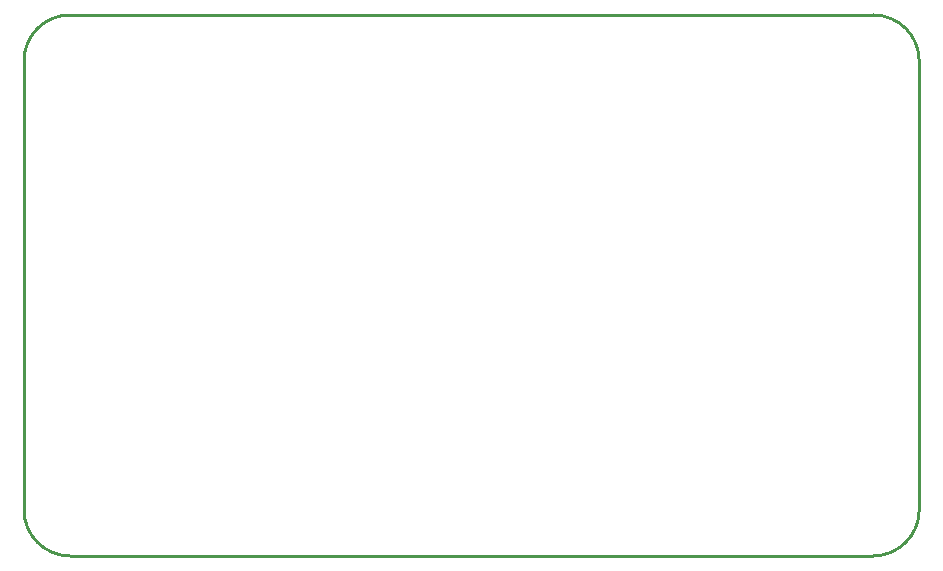
<source format=gko>
G04 #@! TF.GenerationSoftware,KiCad,Pcbnew,(6.0.0)*
G04 #@! TF.CreationDate,2022-02-07T18:43:46-08:00*
G04 #@! TF.ProjectId,LightsProject_Rev_C,4c696768-7473-4507-926f-6a6563745f52,rev?*
G04 #@! TF.SameCoordinates,Original*
G04 #@! TF.FileFunction,Profile,NP*
%FSLAX46Y46*%
G04 Gerber Fmt 4.6, Leading zero omitted, Abs format (unit mm)*
G04 Created by KiCad (PCBNEW (6.0.0)) date 2022-02-07 18:43:46*
%MOMM*%
%LPD*%
G01*
G04 APERTURE LIST*
G04 #@! TA.AperFunction,Profile*
%ADD10C,0.254000*%
G04 #@! TD*
G04 APERTURE END LIST*
D10*
X105537716Y-60842284D02*
X105537716Y-98842284D01*
X109437716Y-56942284D02*
G75*
G03*
X105537716Y-60842284I2J-3900002D01*
G01*
X181337716Y-60842284D02*
X181337716Y-98842284D01*
X109437716Y-56942284D02*
X177437716Y-56942284D01*
X109437716Y-102742284D02*
X177437716Y-102742284D01*
X177437716Y-102742284D02*
G75*
G03*
X181337716Y-98842284I-2J3900002D01*
G01*
X105537716Y-98842284D02*
G75*
G03*
X109437716Y-102742284I3900002J2D01*
G01*
X181337716Y-60842284D02*
G75*
G03*
X177437716Y-56942284I-3900002J-2D01*
G01*
M02*

</source>
